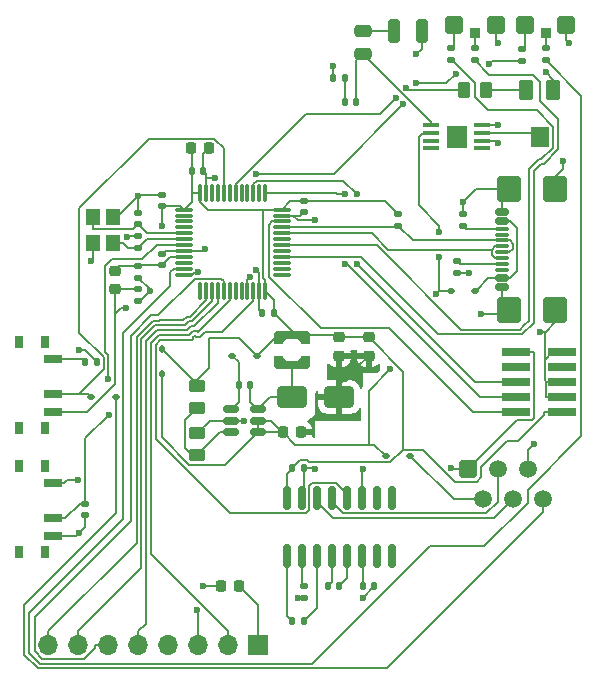
<source format=gbr>
%TF.GenerationSoftware,KiCad,Pcbnew,8.0.8*%
%TF.CreationDate,2025-04-01T12:31:34+02:00*%
%TF.ProjectId,reader,72656164-6572-42e6-9b69-6361645f7063,rev?*%
%TF.SameCoordinates,Original*%
%TF.FileFunction,Copper,L1,Top*%
%TF.FilePolarity,Positive*%
%FSLAX46Y46*%
G04 Gerber Fmt 4.6, Leading zero omitted, Abs format (unit mm)*
G04 Created by KiCad (PCBNEW 8.0.8) date 2025-04-01 12:31:34*
%MOMM*%
%LPD*%
G01*
G04 APERTURE LIST*
G04 Aperture macros list*
%AMRoundRect*
0 Rectangle with rounded corners*
0 $1 Rounding radius*
0 $2 $3 $4 $5 $6 $7 $8 $9 X,Y pos of 4 corners*
0 Add a 4 corners polygon primitive as box body*
4,1,4,$2,$3,$4,$5,$6,$7,$8,$9,$2,$3,0*
0 Add four circle primitives for the rounded corners*
1,1,$1+$1,$2,$3*
1,1,$1+$1,$4,$5*
1,1,$1+$1,$6,$7*
1,1,$1+$1,$8,$9*
0 Add four rect primitives between the rounded corners*
20,1,$1+$1,$2,$3,$4,$5,0*
20,1,$1+$1,$4,$5,$6,$7,0*
20,1,$1+$1,$6,$7,$8,$9,0*
20,1,$1+$1,$8,$9,$2,$3,0*%
%AMFreePoly0*
4,1,11,0.760000,0.825000,0.380000,0.510000,0.380000,-0.510000,0.760000,-0.825000,0.760000,-1.525000,-0.125000,-1.525000,-0.380000,-1.270000,-0.380000,1.270000,-0.125000,1.525000,0.760000,1.525000,0.760000,0.825000,0.760000,0.825000,$1*%
G04 Aperture macros list end*
%TA.AperFunction,SMDPad,CuDef*%
%ADD10RoundRect,0.140000X-0.140000X-0.170000X0.140000X-0.170000X0.140000X0.170000X-0.140000X0.170000X0*%
%TD*%
%TA.AperFunction,SMDPad,CuDef*%
%ADD11RoundRect,0.250000X-0.500000X-0.500000X0.500000X-0.500000X0.500000X0.500000X-0.500000X0.500000X0*%
%TD*%
%TA.AperFunction,SMDPad,CuDef*%
%ADD12RoundRect,0.225000X-0.225000X-0.225000X0.225000X-0.225000X0.225000X0.225000X-0.225000X0.225000X0*%
%TD*%
%TA.AperFunction,SMDPad,CuDef*%
%ADD13RoundRect,0.225000X-0.225000X-0.250000X0.225000X-0.250000X0.225000X0.250000X-0.225000X0.250000X0*%
%TD*%
%TA.AperFunction,SMDPad,CuDef*%
%ADD14RoundRect,0.135000X0.185000X-0.135000X0.185000X0.135000X-0.185000X0.135000X-0.185000X-0.135000X0*%
%TD*%
%TA.AperFunction,SMDPad,CuDef*%
%ADD15RoundRect,0.250000X-0.450000X0.262500X-0.450000X-0.262500X0.450000X-0.262500X0.450000X0.262500X0*%
%TD*%
%TA.AperFunction,SMDPad,CuDef*%
%ADD16RoundRect,0.140000X0.170000X-0.140000X0.170000X0.140000X-0.170000X0.140000X-0.170000X-0.140000X0*%
%TD*%
%TA.AperFunction,SMDPad,CuDef*%
%ADD17RoundRect,0.112500X-0.187500X-0.112500X0.187500X-0.112500X0.187500X0.112500X-0.187500X0.112500X0*%
%TD*%
%TA.AperFunction,SMDPad,CuDef*%
%ADD18RoundRect,0.150000X0.425000X-0.150000X0.425000X0.150000X-0.425000X0.150000X-0.425000X-0.150000X0*%
%TD*%
%TA.AperFunction,SMDPad,CuDef*%
%ADD19RoundRect,0.075000X0.500000X-0.075000X0.500000X0.075000X-0.500000X0.075000X-0.500000X-0.075000X0*%
%TD*%
%TA.AperFunction,SMDPad,CuDef*%
%ADD20RoundRect,0.250000X0.750000X-0.840000X0.750000X0.840000X-0.750000X0.840000X-0.750000X-0.840000X0*%
%TD*%
%TA.AperFunction,SMDPad,CuDef*%
%ADD21RoundRect,0.250000X0.475000X-0.250000X0.475000X0.250000X-0.475000X0.250000X-0.475000X-0.250000X0*%
%TD*%
%TA.AperFunction,SMDPad,CuDef*%
%ADD22RoundRect,0.250000X-0.350000X-0.625000X0.350000X-0.625000X0.350000X0.625000X-0.350000X0.625000X0*%
%TD*%
%TA.AperFunction,SMDPad,CuDef*%
%ADD23RoundRect,0.250000X-0.550000X-0.625000X0.550000X-0.625000X0.550000X0.625000X-0.550000X0.625000X0*%
%TD*%
%TA.AperFunction,SMDPad,CuDef*%
%ADD24RoundRect,0.253000X-0.347000X-0.622000X0.347000X-0.622000X0.347000X0.622000X-0.347000X0.622000X0*%
%TD*%
%TA.AperFunction,SMDPad,CuDef*%
%ADD25RoundRect,0.250000X0.450000X-0.262500X0.450000X0.262500X-0.450000X0.262500X-0.450000X-0.262500X0*%
%TD*%
%TA.AperFunction,SMDPad,CuDef*%
%ADD26RoundRect,0.225000X0.225000X0.250000X-0.225000X0.250000X-0.225000X-0.250000X0.225000X-0.250000X0*%
%TD*%
%TA.AperFunction,SMDPad,CuDef*%
%ADD27R,0.800000X1.000000*%
%TD*%
%TA.AperFunction,SMDPad,CuDef*%
%ADD28R,1.500000X0.700000*%
%TD*%
%TA.AperFunction,SMDPad,CuDef*%
%ADD29FreePoly0,90.000000*%
%TD*%
%TA.AperFunction,SMDPad,CuDef*%
%ADD30FreePoly0,270.000000*%
%TD*%
%TA.AperFunction,SMDPad,CuDef*%
%ADD31RoundRect,0.135000X-0.185000X0.135000X-0.185000X-0.135000X0.185000X-0.135000X0.185000X0.135000X0*%
%TD*%
%TA.AperFunction,SMDPad,CuDef*%
%ADD32R,2.400000X0.740000*%
%TD*%
%TA.AperFunction,SMDPad,CuDef*%
%ADD33RoundRect,0.140000X-0.170000X0.140000X-0.170000X-0.140000X0.170000X-0.140000X0.170000X0.140000X0*%
%TD*%
%TA.AperFunction,SMDPad,CuDef*%
%ADD34RoundRect,0.135000X0.135000X0.185000X-0.135000X0.185000X-0.135000X-0.185000X0.135000X-0.185000X0*%
%TD*%
%TA.AperFunction,SMDPad,CuDef*%
%ADD35RoundRect,0.250000X-0.250000X-0.750000X0.250000X-0.750000X0.250000X0.750000X-0.250000X0.750000X0*%
%TD*%
%TA.AperFunction,SMDPad,CuDef*%
%ADD36RoundRect,0.250000X-0.262500X-0.450000X0.262500X-0.450000X0.262500X0.450000X-0.262500X0.450000X0*%
%TD*%
%TA.AperFunction,SMDPad,CuDef*%
%ADD37RoundRect,0.225000X-0.250000X0.225000X-0.250000X-0.225000X0.250000X-0.225000X0.250000X0.225000X0*%
%TD*%
%TA.AperFunction,SMDPad,CuDef*%
%ADD38RoundRect,0.140000X0.140000X0.170000X-0.140000X0.170000X-0.140000X-0.170000X0.140000X-0.170000X0*%
%TD*%
%TA.AperFunction,SMDPad,CuDef*%
%ADD39R,1.200000X1.400000*%
%TD*%
%TA.AperFunction,SMDPad,CuDef*%
%ADD40RoundRect,0.250000X-1.000000X-0.650000X1.000000X-0.650000X1.000000X0.650000X-1.000000X0.650000X0*%
%TD*%
%TA.AperFunction,ComponentPad*%
%ADD41R,1.700000X1.700000*%
%TD*%
%TA.AperFunction,ComponentPad*%
%ADD42O,1.700000X1.700000*%
%TD*%
%TA.AperFunction,SMDPad,CuDef*%
%ADD43RoundRect,0.112500X0.112500X-0.187500X0.112500X0.187500X-0.112500X0.187500X-0.112500X-0.187500X0*%
%TD*%
%TA.AperFunction,SMDPad,CuDef*%
%ADD44RoundRect,0.218750X-0.256250X0.218750X-0.256250X-0.218750X0.256250X-0.218750X0.256250X0.218750X0*%
%TD*%
%TA.AperFunction,SMDPad,CuDef*%
%ADD45RoundRect,0.150000X0.150000X-0.825000X0.150000X0.825000X-0.150000X0.825000X-0.150000X-0.825000X0*%
%TD*%
%TA.AperFunction,SMDPad,CuDef*%
%ADD46RoundRect,0.150000X-0.512500X-0.150000X0.512500X-0.150000X0.512500X0.150000X-0.512500X0.150000X0*%
%TD*%
%TA.AperFunction,SMDPad,CuDef*%
%ADD47RoundRect,0.075000X-0.662500X-0.075000X0.662500X-0.075000X0.662500X0.075000X-0.662500X0.075000X0*%
%TD*%
%TA.AperFunction,SMDPad,CuDef*%
%ADD48RoundRect,0.075000X-0.075000X-0.662500X0.075000X-0.662500X0.075000X0.662500X-0.075000X0.662500X0*%
%TD*%
%TA.AperFunction,SMDPad,CuDef*%
%ADD49RoundRect,0.100000X0.612500X0.100000X-0.612500X0.100000X-0.612500X-0.100000X0.612500X-0.100000X0*%
%TD*%
%TA.AperFunction,HeatsinkPad*%
%ADD50C,0.500000*%
%TD*%
%TA.AperFunction,HeatsinkPad*%
%ADD51R,1.730000X1.850000*%
%TD*%
%TA.AperFunction,ComponentPad*%
%ADD52RoundRect,0.250000X-0.510000X-0.510000X0.510000X-0.510000X0.510000X0.510000X-0.510000X0.510000X0*%
%TD*%
%TA.AperFunction,ComponentPad*%
%ADD53C,1.520000*%
%TD*%
%TA.AperFunction,ViaPad*%
%ADD54C,0.600000*%
%TD*%
%TA.AperFunction,Conductor*%
%ADD55C,0.200000*%
%TD*%
G04 APERTURE END LIST*
D10*
%TO.P,C19,1*%
%TO.N,+3.3V*%
X157040000Y-67000000D03*
%TO.P,C19,2*%
%TO.N,GND*%
X158000000Y-67000000D03*
%TD*%
D11*
%TO.P,D8,1,A1*%
%TO.N,Net-(D8-A1)*%
X176750000Y-29500000D03*
%TO.P,D8,2,K*%
%TO.N,GND*%
X180250000Y-29500000D03*
D12*
%TO.P,D8,3,A2*%
%TO.N,Net-(D8-A2)*%
X178500000Y-30150000D03*
%TD*%
D13*
%TO.P,C12,1*%
%TO.N,V+*%
X156225000Y-64000000D03*
%TO.P,C12,2*%
%TO.N,GND*%
X157775000Y-64000000D03*
%TD*%
D14*
%TO.P,R7,1*%
%TO.N,LED_G2*%
X178500000Y-32510000D03*
%TO.P,R7,2*%
%TO.N,Net-(D8-A2)*%
X178500000Y-31490000D03*
%TD*%
D15*
%TO.P,R8,1*%
%TO.N,+3.3V*%
X149000000Y-60087500D03*
%TO.P,R8,2*%
%TO.N,Net-(U3-Vfb)*%
X149000000Y-61912500D03*
%TD*%
D16*
%TO.P,C7,1*%
%TO.N,+3.3V*%
X146000000Y-44850000D03*
%TO.P,C7,2*%
%TO.N,GND*%
X146000000Y-43890000D03*
%TD*%
D17*
%TO.P,D5,1,K*%
%TO.N,V+*%
X164950000Y-66000000D03*
%TO.P,D5,2,A*%
%TO.N,Net-(D5-A)*%
X167050000Y-66000000D03*
%TD*%
D18*
%TO.P,J4,A1,GND*%
%TO.N,GND*%
X174820000Y-51700000D03*
%TO.P,J4,A4,VBUS*%
%TO.N,Net-(D4-A)*%
X174820000Y-50900000D03*
D19*
%TO.P,J4,A5,CC1*%
%TO.N,Net-(J4-CC1)*%
X174820000Y-49750000D03*
%TO.P,J4,A6,D+*%
%TO.N,USB_D+*%
X174820000Y-48750000D03*
%TO.P,J4,A7,D-*%
%TO.N,USB_D-*%
X174820000Y-48250000D03*
%TO.P,J4,A8*%
%TO.N,N/C*%
X174820000Y-47250000D03*
D18*
%TO.P,J4,A9,VBUS*%
%TO.N,Net-(D4-A)*%
X174820000Y-46100000D03*
%TO.P,J4,A12,GND*%
%TO.N,GND*%
X174820000Y-45300000D03*
%TO.P,J4,B1,GND*%
X174820000Y-45300000D03*
%TO.P,J4,B4,VBUS*%
%TO.N,Net-(D4-A)*%
X174820000Y-46100000D03*
D19*
%TO.P,J4,B5,CC2*%
%TO.N,Net-(J4-CC2)*%
X174820000Y-46750000D03*
%TO.P,J4,B6,D+*%
%TO.N,USB_D+*%
X174820000Y-47750000D03*
%TO.P,J4,B7,D-*%
%TO.N,USB_D-*%
X174820000Y-49250000D03*
%TO.P,J4,B8*%
%TO.N,N/C*%
X174820000Y-50250000D03*
D18*
%TO.P,J4,B9,VBUS*%
%TO.N,Net-(D4-A)*%
X174820000Y-50900000D03*
%TO.P,J4,B12,GND*%
%TO.N,GND*%
X174820000Y-51700000D03*
D20*
%TO.P,J4,S1,SHIELD*%
X175395000Y-53610000D03*
X179325000Y-53610000D03*
X175395000Y-43390000D03*
X179325000Y-43390000D03*
%TD*%
D21*
%TO.P,C9,1*%
%TO.N,Net-(C8-Pad1)*%
X163000000Y-31950000D03*
%TO.P,C9,2*%
%TO.N,Net-(J1-Pin_1)*%
X163000000Y-30050000D03*
%TD*%
D22*
%TO.P,R2,1,1*%
%TO.N,Net-(R1-Pad2)*%
X176850000Y-34975000D03*
D23*
%TO.P,R2,2,2*%
%TO.N,Net-(U1-+)*%
X178000000Y-39025000D03*
D24*
%TO.P,R2,3,3*%
%TO.N,GND*%
X179150000Y-34975000D03*
%TD*%
D17*
%TO.P,D4,1,K*%
%TO.N,V+*%
X170450000Y-52000000D03*
%TO.P,D4,2,A*%
%TO.N,Net-(D4-A)*%
X172550000Y-52000000D03*
%TD*%
D25*
%TO.P,R9,1*%
%TO.N,Net-(U3-Vfb)*%
X149000000Y-65912500D03*
%TO.P,R9,2*%
%TO.N,GND*%
X149000000Y-64087500D03*
%TD*%
D26*
%TO.P,C23,1*%
%TO.N,Net-(J5-Pin_1)*%
X152550000Y-77000000D03*
%TO.P,C23,2*%
%TO.N,GND*%
X151000000Y-77000000D03*
%TD*%
D27*
%TO.P,SW2,*%
%TO.N,*%
X136110000Y-56350000D03*
X133900000Y-56350000D03*
X136110000Y-63650000D03*
X133900000Y-63650000D03*
D28*
%TO.P,SW2,1,A*%
%TO.N,Net-(SW2-A)*%
X136760000Y-57750000D03*
%TO.P,SW2,2,B*%
%TO.N,BOOT*%
X136760000Y-60750000D03*
%TO.P,SW2,3,C*%
%TO.N,+3.3V*%
X136760000Y-62250000D03*
%TD*%
D10*
%TO.P,C20,1*%
%TO.N,Net-(U4-C2+)*%
X160040000Y-77000000D03*
%TO.P,C20,2*%
%TO.N,Net-(U4-C2-)*%
X161000000Y-77000000D03*
%TD*%
D29*
%TO.P,L1,1,1*%
%TO.N,Net-(D2-K)*%
X157000000Y-58270000D03*
D30*
%TO.P,L1,2,2*%
%TO.N,+3.3V*%
X157000000Y-55730000D03*
%TD*%
D31*
%TO.P,R11,1*%
%TO.N,+3.3V*%
X166000000Y-45490000D03*
%TO.P,R11,2*%
%TO.N,USB_D+*%
X166000000Y-46510000D03*
%TD*%
D14*
%TO.P,R12,1*%
%TO.N,GND*%
X171000000Y-50510000D03*
%TO.P,R12,2*%
%TO.N,Net-(J4-CC1)*%
X171000000Y-49490000D03*
%TD*%
D32*
%TO.P,J3,1,Pin_1*%
%TO.N,+3.3V*%
X179900000Y-62270000D03*
%TO.P,J3,2,Pin_2*%
%TO.N,SWDIO*%
X176000000Y-62270000D03*
%TO.P,J3,3,Pin_3*%
%TO.N,GND*%
X179900000Y-61000000D03*
%TO.P,J3,4,Pin_4*%
%TO.N,SWCLK*%
X176000000Y-61000000D03*
%TO.P,J3,5,Pin_5*%
%TO.N,GND*%
X179900000Y-59730000D03*
%TO.P,J3,6,Pin_6*%
%TO.N,TRACESWO*%
X176000000Y-59730000D03*
%TO.P,J3,7,Pin_7*%
%TO.N,unconnected-(J3-Pin_7-Pad7)*%
X179900000Y-58460000D03*
%TO.P,J3,8,Pin_8*%
%TO.N,unconnected-(J3-Pin_8-Pad8)*%
X176000000Y-58460000D03*
%TO.P,J3,9,Pin_9*%
%TO.N,GND*%
X179900000Y-57190000D03*
%TO.P,J3,10,Pin_10*%
%TO.N,RST*%
X176000000Y-57190000D03*
%TD*%
D33*
%TO.P,C13,1*%
%TO.N,+3.3V*%
X144000000Y-51890000D03*
%TO.P,C13,2*%
%TO.N,GND*%
X144000000Y-52850000D03*
%TD*%
D34*
%TO.P,R10,1*%
%TO.N,GND*%
X140510000Y-58000000D03*
%TO.P,R10,2*%
%TO.N,Net-(SW2-A)*%
X139490000Y-58000000D03*
%TD*%
D35*
%TO.P,J2,1,Pin_1*%
%TO.N,GND*%
X168000000Y-30000000D03*
%TD*%
D16*
%TO.P,C10,1*%
%TO.N,+3.3VA*%
X146000000Y-49850000D03*
%TO.P,C10,2*%
%TO.N,GND*%
X146000000Y-48890000D03*
%TD*%
D14*
%TO.P,R5,1*%
%TO.N,LED_G1*%
X172500000Y-32500000D03*
%TO.P,R5,2*%
%TO.N,Net-(D7-A2)*%
X172500000Y-31480000D03*
%TD*%
D33*
%TO.P,C16,1*%
%TO.N,NRST*%
X139500000Y-70020000D03*
%TO.P,C16,2*%
%TO.N,GND*%
X139500000Y-70980000D03*
%TD*%
D36*
%TO.P,R1,1*%
%TO.N,AUDIO_OUT*%
X171587500Y-35000000D03*
%TO.P,R1,2*%
%TO.N,Net-(R1-Pad2)*%
X173412500Y-35000000D03*
%TD*%
D16*
%TO.P,C4,1*%
%TO.N,/HSE_OUT*%
X144000000Y-48370000D03*
%TO.P,C4,2*%
%TO.N,GND*%
X144000000Y-47410000D03*
%TD*%
D13*
%TO.P,C2,1*%
%TO.N,+3.3V*%
X148450000Y-39890000D03*
%TO.P,C2,2*%
%TO.N,GND*%
X150000000Y-39890000D03*
%TD*%
D37*
%TO.P,C15,1*%
%TO.N,+3.3V*%
X163510000Y-55950000D03*
%TO.P,C15,2*%
%TO.N,GND*%
X163510000Y-57500000D03*
%TD*%
D17*
%TO.P,D6,1,K*%
%TO.N,BOOT*%
X140000000Y-61000000D03*
%TO.P,D6,2,A*%
%TO.N,Net-(D6-A)*%
X142100000Y-61000000D03*
%TD*%
D10*
%TO.P,C6,1*%
%TO.N,+3.3V*%
X148520000Y-41890000D03*
%TO.P,C6,2*%
%TO.N,GND*%
X149480000Y-41890000D03*
%TD*%
D16*
%TO.P,C1,1*%
%TO.N,/HSE_IN*%
X144000000Y-46370000D03*
%TO.P,C1,2*%
%TO.N,GND*%
X144000000Y-45410000D03*
%TD*%
D14*
%TO.P,R6,1*%
%TO.N,LED_R2*%
X176500000Y-32520000D03*
%TO.P,R6,2*%
%TO.N,Net-(D8-A1)*%
X176500000Y-31500000D03*
%TD*%
D35*
%TO.P,J1,1,Pin_1*%
%TO.N,Net-(J1-Pin_1)*%
X165640000Y-30000000D03*
%TD*%
D38*
%TO.P,C3,1*%
%TO.N,+3.3V*%
X155480000Y-53890000D03*
%TO.P,C3,2*%
%TO.N,GND*%
X154520000Y-53890000D03*
%TD*%
D39*
%TO.P,Y1,1,1*%
%TO.N,/HSE_IN*%
X140150000Y-45790000D03*
%TO.P,Y1,2,2*%
%TO.N,GND*%
X140150000Y-47990000D03*
%TO.P,Y1,3,3*%
%TO.N,/HSE_OUT*%
X141850000Y-47990000D03*
%TO.P,Y1,4,4*%
%TO.N,GND*%
X141850000Y-45790000D03*
%TD*%
D10*
%TO.P,C18,1*%
%TO.N,Net-(U4-C1+)*%
X157040000Y-80000000D03*
%TO.P,C18,2*%
%TO.N,Net-(U4-C1-)*%
X158000000Y-80000000D03*
%TD*%
D31*
%TO.P,R13,1*%
%TO.N,GND*%
X171500000Y-45480000D03*
%TO.P,R13,2*%
%TO.N,Net-(J4-CC2)*%
X171500000Y-46500000D03*
%TD*%
D33*
%TO.P,C5,1*%
%TO.N,+3.3V*%
X158000000Y-44410000D03*
%TO.P,C5,2*%
%TO.N,GND*%
X158000000Y-45370000D03*
%TD*%
D17*
%TO.P,D3,1,K*%
%TO.N,Net-(D3-K)*%
X151950000Y-57500000D03*
%TO.P,D3,2,A*%
%TO.N,+3.3V*%
X154050000Y-57500000D03*
%TD*%
D33*
%TO.P,C11,1*%
%TO.N,+3.3VA*%
X144000000Y-49930000D03*
%TO.P,C11,2*%
%TO.N,GND*%
X144000000Y-50890000D03*
%TD*%
D40*
%TO.P,D2,1,K*%
%TO.N,Net-(D2-K)*%
X157000000Y-61000000D03*
%TO.P,D2,2,A*%
%TO.N,GND*%
X161000000Y-61000000D03*
%TD*%
D27*
%TO.P,SW1,*%
%TO.N,*%
X136110000Y-66850000D03*
X133900000Y-66850000D03*
X136110000Y-74150000D03*
X133900000Y-74150000D03*
D28*
%TO.P,SW1,1,A*%
%TO.N,RST*%
X136760000Y-68250000D03*
%TO.P,SW1,2,B*%
%TO.N,NRST*%
X136760000Y-71250000D03*
%TO.P,SW1,3,C*%
%TO.N,GND*%
X136760000Y-72750000D03*
%TD*%
D37*
%TO.P,C17,1*%
%TO.N,+3.3V*%
X161000000Y-55950000D03*
%TO.P,C17,2*%
%TO.N,GND*%
X161000000Y-57500000D03*
%TD*%
D10*
%TO.P,C14,1*%
%TO.N,Net-(D3-K)*%
X152520000Y-60000000D03*
%TO.P,C14,2*%
%TO.N,Net-(D2-K)*%
X153480000Y-60000000D03*
%TD*%
D41*
%TO.P,J5,1,Pin_1*%
%TO.N,Net-(J5-Pin_1)*%
X154160000Y-82000000D03*
D42*
%TO.P,J5,2,Pin_2*%
%TO.N,RFID_RST*%
X151620000Y-82000000D03*
%TO.P,J5,3,Pin_3*%
%TO.N,GND*%
X149080000Y-82000000D03*
%TO.P,J5,4,Pin_4*%
%TO.N,unconnected-(J5-Pin_4-Pad4)*%
X146540000Y-82000000D03*
%TO.P,J5,5,Pin_5*%
%TO.N,SP1_MISO*%
X144000000Y-82000000D03*
%TO.P,J5,6,Pin_6*%
%TO.N,SP1_MOSI*%
X141460000Y-82000000D03*
%TO.P,J5,7,Pin_7*%
%TO.N,SP1_SCK*%
X138920000Y-82000000D03*
%TO.P,J5,8,Pin_8*%
%TO.N,RFID_SDA*%
X136380000Y-82000000D03*
%TD*%
D43*
%TO.P,D1,1,K*%
%TO.N,V+*%
X146000000Y-59050000D03*
%TO.P,D1,2,A*%
%TO.N,+3.3V*%
X146000000Y-56950000D03*
%TD*%
D10*
%TO.P,C22,1*%
%TO.N,Net-(U4-VS-)*%
X163040000Y-77000000D03*
%TO.P,C22,2*%
%TO.N,GND*%
X164000000Y-77000000D03*
%TD*%
D44*
%TO.P,FB1,1*%
%TO.N,+3.3VA*%
X142000000Y-50315000D03*
%TO.P,FB1,2*%
%TO.N,+3.3V*%
X142000000Y-51890000D03*
%TD*%
D34*
%TO.P,R3,1*%
%TO.N,Net-(C8-Pad2)*%
X161510000Y-34000000D03*
%TO.P,R3,2*%
%TO.N,GND*%
X160490000Y-34000000D03*
%TD*%
D45*
%TO.P,U4,1,C1+*%
%TO.N,Net-(U4-C1+)*%
X156555000Y-74475000D03*
%TO.P,U4,2,VS+*%
%TO.N,Net-(U4-VS+)*%
X157825000Y-74475000D03*
%TO.P,U4,3,C1-*%
%TO.N,Net-(U4-C1-)*%
X159095000Y-74475000D03*
%TO.P,U4,4,C2+*%
%TO.N,Net-(U4-C2+)*%
X160365000Y-74475000D03*
%TO.P,U4,5,C2-*%
%TO.N,Net-(U4-C2-)*%
X161635000Y-74475000D03*
%TO.P,U4,6,VS-*%
%TO.N,Net-(U4-VS-)*%
X162905000Y-74475000D03*
%TO.P,U4,7,T2OUT*%
%TO.N,unconnected-(U4-T2OUT-Pad7)*%
X164175000Y-74475000D03*
%TO.P,U4,8,R2IN*%
%TO.N,unconnected-(U4-R2IN-Pad8)*%
X165445000Y-74475000D03*
%TO.P,U4,9,R2OUT*%
%TO.N,unconnected-(U4-R2OUT-Pad9)*%
X165445000Y-69525000D03*
%TO.P,U4,10,T2IN*%
%TO.N,unconnected-(U4-T2IN-Pad10)*%
X164175000Y-69525000D03*
%TO.P,U4,11,T1IN*%
%TO.N,USART3_TX*%
X162905000Y-69525000D03*
%TO.P,U4,12,R1OUT*%
%TO.N,USART3_RX*%
X161635000Y-69525000D03*
%TO.P,U4,13,R1IN*%
%TO.N,Net-(U4-R1IN)*%
X160365000Y-69525000D03*
%TO.P,U4,14,T1OUT*%
%TO.N,Net-(U4-T1OUT)*%
X159095000Y-69525000D03*
%TO.P,U4,15,GND*%
%TO.N,GND*%
X157825000Y-69525000D03*
%TO.P,U4,16,VCC*%
%TO.N,+3.3V*%
X156555000Y-69525000D03*
%TD*%
D46*
%TO.P,U3,1,BOOST*%
%TO.N,Net-(D3-K)*%
X151862500Y-62050000D03*
%TO.P,U3,2,GND*%
%TO.N,GND*%
X151862500Y-63000000D03*
%TO.P,U3,3,Vfb*%
%TO.N,Net-(U3-Vfb)*%
X151862500Y-63950000D03*
%TO.P,U3,4,EN*%
%TO.N,V+*%
X154137500Y-63950000D03*
%TO.P,U3,5,V_{IN}*%
X154137500Y-63000000D03*
%TO.P,U3,6,SW*%
%TO.N,Net-(D2-K)*%
X154137500Y-62050000D03*
%TD*%
D47*
%TO.P,U2,1,VBAT*%
%TO.N,+3.3V*%
X147837500Y-45140000D03*
%TO.P,U2,2,PC13*%
%TO.N,unconnected-(U2-PC13-Pad2)*%
X147837500Y-45640000D03*
%TO.P,U2,3,PC14*%
%TO.N,unconnected-(U2-PC14-Pad3)*%
X147837500Y-46140000D03*
%TO.P,U2,4,PC15*%
%TO.N,unconnected-(U2-PC15-Pad4)*%
X147837500Y-46640000D03*
%TO.P,U2,5,PD0*%
%TO.N,/HSE_IN*%
X147837500Y-47140000D03*
%TO.P,U2,6,PD1*%
%TO.N,/HSE_OUT*%
X147837500Y-47640000D03*
%TO.P,U2,7,NRST*%
%TO.N,NRST*%
X147837500Y-48140000D03*
%TO.P,U2,8,VSSA*%
%TO.N,GND*%
X147837500Y-48640000D03*
%TO.P,U2,9,VDDA*%
%TO.N,+3.3VA*%
X147837500Y-49140000D03*
%TO.P,U2,10,PA0*%
%TO.N,unconnected-(U2-PA0-Pad10)*%
X147837500Y-49640000D03*
%TO.P,U2,11,PA1*%
%TO.N,LED_G2*%
X147837500Y-50140000D03*
%TO.P,U2,12,PA2*%
%TO.N,LED_R2*%
X147837500Y-50640000D03*
D48*
%TO.P,U2,13,PA3*%
%TO.N,unconnected-(U2-PA3-Pad13)*%
X149250000Y-52052500D03*
%TO.P,U2,14,PA4*%
%TO.N,RFID_SDA*%
X149750000Y-52052500D03*
%TO.P,U2,15,PA5*%
%TO.N,SP1_SCK*%
X150250000Y-52052500D03*
%TO.P,U2,16,PA6*%
%TO.N,SP1_MISO*%
X150750000Y-52052500D03*
%TO.P,U2,17,PA7*%
%TO.N,SP1_MOSI*%
X151250000Y-52052500D03*
%TO.P,U2,18,PB0*%
%TO.N,RFID_RST*%
X151750000Y-52052500D03*
%TO.P,U2,19,PB1*%
%TO.N,unconnected-(U2-PB1-Pad19)*%
X152250000Y-52052500D03*
%TO.P,U2,20,PB2*%
%TO.N,unconnected-(U2-PB2-Pad20)*%
X152750000Y-52052500D03*
%TO.P,U2,21,PB10*%
%TO.N,USART3_TX*%
X153250000Y-52052500D03*
%TO.P,U2,22,PB11*%
%TO.N,USART3_RX*%
X153750000Y-52052500D03*
%TO.P,U2,23,VSS*%
%TO.N,GND*%
X154250000Y-52052500D03*
%TO.P,U2,24,VDD*%
%TO.N,+3.3V*%
X154750000Y-52052500D03*
D47*
%TO.P,U2,25,PB12*%
%TO.N,unconnected-(U2-PB12-Pad25)*%
X156162500Y-50640000D03*
%TO.P,U2,26,PB13*%
%TO.N,unconnected-(U2-PB13-Pad26)*%
X156162500Y-50140000D03*
%TO.P,U2,27,PB14*%
%TO.N,unconnected-(U2-PB14-Pad27)*%
X156162500Y-49640000D03*
%TO.P,U2,28,PB15*%
%TO.N,LED_G1*%
X156162500Y-49140000D03*
%TO.P,U2,29,PA8*%
%TO.N,unconnected-(U2-PA8-Pad29)*%
X156162500Y-48640000D03*
%TO.P,U2,30,PA9*%
%TO.N,LED_R1*%
X156162500Y-48140000D03*
%TO.P,U2,31,PA10*%
%TO.N,unconnected-(U2-PA10-Pad31)*%
X156162500Y-47640000D03*
%TO.P,U2,32,PA11*%
%TO.N,USB_D-*%
X156162500Y-47140000D03*
%TO.P,U2,33,PA12*%
%TO.N,USB_D+*%
X156162500Y-46640000D03*
%TO.P,U2,34,PA13*%
%TO.N,SWDIO*%
X156162500Y-46140000D03*
%TO.P,U2,35,VSS*%
%TO.N,GND*%
X156162500Y-45640000D03*
%TO.P,U2,36,VDD*%
%TO.N,+3.3V*%
X156162500Y-45140000D03*
D48*
%TO.P,U2,37,PA14*%
%TO.N,SWCLK*%
X154750000Y-43727500D03*
%TO.P,U2,38,PA15*%
%TO.N,unconnected-(U2-PA15-Pad38)*%
X154250000Y-43727500D03*
%TO.P,U2,39,PB3*%
%TO.N,TRACESWO*%
X153750000Y-43727500D03*
%TO.P,U2,40,PB4*%
%TO.N,unconnected-(U2-PB4-Pad40)*%
X153250000Y-43727500D03*
%TO.P,U2,41,PB5*%
%TO.N,unconnected-(U2-PB5-Pad41)*%
X152750000Y-43727500D03*
%TO.P,U2,42,PB6*%
%TO.N,AUDIO_OUT*%
X152250000Y-43727500D03*
%TO.P,U2,43,PB7*%
%TO.N,unconnected-(U2-PB7-Pad43)*%
X151750000Y-43727500D03*
%TO.P,U2,44,BOOT0*%
%TO.N,BOOT*%
X151250000Y-43727500D03*
%TO.P,U2,45,PB8*%
%TO.N,unconnected-(U2-PB8-Pad45)*%
X150750000Y-43727500D03*
%TO.P,U2,46,PB9*%
%TO.N,unconnected-(U2-PB9-Pad46)*%
X150250000Y-43727500D03*
%TO.P,U2,47,VSS*%
%TO.N,GND*%
X149750000Y-43727500D03*
%TO.P,U2,48,VDD*%
%TO.N,+3.3V*%
X149250000Y-43727500D03*
%TD*%
D49*
%TO.P,U1,1,GAIN*%
%TO.N,unconnected-(U1-GAIN-Pad1)*%
X173112500Y-39950000D03*
%TO.P,U1,2,-*%
%TO.N,GND*%
X173112500Y-39300000D03*
%TO.P,U1,3,+*%
%TO.N,Net-(U1-+)*%
X173112500Y-38650000D03*
%TO.P,U1,4,GND*%
%TO.N,GND*%
X173112500Y-38000000D03*
%TO.P,U1,5*%
%TO.N,Net-(C8-Pad1)*%
X168787500Y-38000000D03*
%TO.P,U1,6,V+*%
%TO.N,V+*%
X168787500Y-38650000D03*
%TO.P,U1,7,BYPASS*%
%TO.N,unconnected-(U1-BYPASS-Pad7)*%
X168787500Y-39300000D03*
%TO.P,U1,8,GAIN*%
%TO.N,unconnected-(U1-GAIN-Pad8)*%
X168787500Y-39950000D03*
D50*
%TO.P,U1,9*%
%TO.N,N/C*%
X171500000Y-39625000D03*
X171500000Y-38325000D03*
D51*
X170950000Y-38975000D03*
D50*
X170400000Y-39625000D03*
X170400000Y-38325000D03*
%TD*%
D33*
%TO.P,C21,1*%
%TO.N,Net-(U4-VS+)*%
X158000000Y-77040000D03*
%TO.P,C21,2*%
%TO.N,GND*%
X158000000Y-78000000D03*
%TD*%
D14*
%TO.P,R4,1*%
%TO.N,LED_R1*%
X170500000Y-32510000D03*
%TO.P,R4,2*%
%TO.N,Net-(D7-A1)*%
X170500000Y-31490000D03*
%TD*%
D38*
%TO.P,C8,1*%
%TO.N,Net-(C8-Pad1)*%
X162480000Y-36000000D03*
%TO.P,C8,2*%
%TO.N,Net-(C8-Pad2)*%
X161520000Y-36000000D03*
%TD*%
D11*
%TO.P,D7,1,A1*%
%TO.N,Net-(D7-A1)*%
X170750000Y-29500000D03*
%TO.P,D7,2,K*%
%TO.N,GND*%
X174250000Y-29500000D03*
D12*
%TO.P,D7,3,A2*%
%TO.N,Net-(D7-A2)*%
X172500000Y-30150000D03*
%TD*%
D52*
%TO.P,J6,1*%
%TO.N,RST*%
X171900000Y-67110000D03*
D53*
%TO.P,J6,2*%
%TO.N,Net-(D5-A)*%
X173170000Y-69650000D03*
%TO.P,J6,3*%
%TO.N,Net-(U4-R1IN)*%
X174440000Y-67110000D03*
%TO.P,J6,4*%
%TO.N,Net-(U4-T1OUT)*%
X175710000Y-69650000D03*
%TO.P,J6,5*%
%TO.N,GND*%
X176980000Y-67110000D03*
%TO.P,J6,6*%
%TO.N,Net-(D6-A)*%
X178250000Y-69650000D03*
%TD*%
D54*
%TO.N,GND*%
X180000000Y-41000000D03*
X158500000Y-64000000D03*
X178000000Y-55500000D03*
X139000000Y-72500000D03*
X149500000Y-77000000D03*
X140000000Y-49500000D03*
X172000000Y-50500000D03*
X161000000Y-58500000D03*
X160500000Y-33000000D03*
X149650000Y-48500000D03*
X174500000Y-31000000D03*
X143023000Y-47454800D03*
X163000000Y-78000000D03*
X167500000Y-32000000D03*
X148962000Y-79038400D03*
X161500000Y-59500000D03*
X145000000Y-52000000D03*
X180500000Y-31000000D03*
X174500000Y-38000000D03*
X174500000Y-39500000D03*
X159000000Y-67127100D03*
X177500000Y-65000000D03*
X157500000Y-78000000D03*
X159000000Y-46040000D03*
X173000000Y-54000000D03*
X150500000Y-42500000D03*
X139000000Y-57000000D03*
X152975000Y-63000000D03*
X178500000Y-33500000D03*
X153997000Y-50266400D03*
X162500000Y-58500000D03*
X144000000Y-44000000D03*
X171500000Y-44480000D03*
%TO.N,+3.3V*%
X146000000Y-46500000D03*
X143000000Y-53500000D03*
%TO.N,V+*%
X169500000Y-49141000D03*
X169500000Y-47000000D03*
X169206000Y-52294000D03*
X165356000Y-58644300D03*
%TO.N,NRST*%
X141500000Y-62500000D03*
X141400000Y-59500000D03*
%TO.N,SWCLK*%
X161500000Y-49740000D03*
X161500000Y-43810000D03*
%TO.N,RST*%
X138900000Y-68000000D03*
X170502000Y-66997600D03*
%TO.N,TRACESWO*%
X162500000Y-43810000D03*
X162500000Y-49740000D03*
%TO.N,AUDIO_OUT*%
X165851000Y-35649300D03*
X166699000Y-34800700D03*
%TO.N,LED_R2*%
X173674000Y-32825700D03*
X153964000Y-42092400D03*
X149050000Y-50386400D03*
X170872000Y-33627600D03*
X167500000Y-34400000D03*
X166416000Y-36215000D03*
%TO.N,USART3_TX*%
X153457000Y-50856400D03*
X163000000Y-67127100D03*
%TD*%
D55*
%TO.N,/HSE_IN*%
X147838000Y-47140000D02*
X147837500Y-47140000D01*
X143578000Y-46791700D02*
X144000000Y-46370000D01*
X140150000Y-45790000D02*
X140150000Y-46791700D01*
X147837500Y-47140000D02*
X144770000Y-47140000D01*
X140150000Y-46791700D02*
X143578000Y-46791700D01*
X144770000Y-47140000D02*
X144000000Y-46370000D01*
%TO.N,GND*%
X179150000Y-34975000D02*
X179150000Y-34150000D01*
X141850000Y-45790000D02*
X142210000Y-45790000D01*
X160490000Y-34000000D02*
X160490000Y-33010000D01*
X163500000Y-57500000D02*
X162500000Y-58500000D01*
X157730000Y-45640000D02*
X158000000Y-45370000D01*
X158000000Y-78000000D02*
X157500000Y-78000000D01*
X150088000Y-63000000D02*
X151862500Y-63000000D01*
X158000000Y-69350000D02*
X157825000Y-69525000D01*
X180250000Y-29500000D02*
X180250000Y-30750000D01*
X154250000Y-53620000D02*
X154250000Y-52052500D01*
X174820000Y-45300000D02*
X174820000Y-43965000D01*
X143068000Y-47410000D02*
X143023000Y-47454800D01*
X175395000Y-43390000D02*
X175012000Y-43773500D01*
X139500000Y-70980000D02*
X139500000Y-72000000D01*
X178400000Y-57860000D02*
X178400000Y-55600000D01*
X142210000Y-45790000D02*
X144000000Y-44000000D01*
X173112500Y-38000000D02*
X174500000Y-38000000D01*
X158000000Y-67000000D02*
X158000000Y-69350000D01*
X144000000Y-52850000D02*
X144150000Y-52850000D01*
X158872900Y-67000000D02*
X159000000Y-67127100D01*
X174820000Y-51700000D02*
X174820000Y-53035000D01*
X178400000Y-59565000D02*
X178565000Y-59730000D01*
X146250000Y-48640000D02*
X147837500Y-48640000D01*
X175395000Y-43390000D02*
X172590000Y-43390000D01*
X173112500Y-39300000D02*
X174300000Y-39300000D01*
X175012000Y-43773500D02*
X175535000Y-44297000D01*
X161000000Y-57500000D02*
X161000000Y-58500000D01*
X172590000Y-43390000D02*
X171500000Y-44480000D01*
X164000000Y-77000000D02*
X163000000Y-78000000D01*
X149750000Y-42160000D02*
X149750000Y-42500000D01*
X176980000Y-65520000D02*
X177500000Y-65000000D01*
X154197000Y-51125200D02*
X154197000Y-50466400D01*
X168000000Y-31500000D02*
X167500000Y-32000000D01*
X138750000Y-72750000D02*
X139000000Y-72500000D01*
X179150000Y-34150000D02*
X178500000Y-33500000D01*
X140510000Y-58000000D02*
X139510000Y-57000000D01*
X171990000Y-50510000D02*
X172000000Y-50500000D01*
X154520000Y-53890000D02*
X154250000Y-53620000D01*
X163510000Y-57500000D02*
X163500000Y-57500000D01*
X146000000Y-48890000D02*
X146250000Y-48640000D01*
X151862500Y-63000000D02*
X152975000Y-63000000D01*
X161000000Y-60000000D02*
X161500000Y-59500000D01*
X149080000Y-82000000D02*
X149080000Y-79156800D01*
X174895000Y-43657000D02*
X175012000Y-43773500D01*
X173112000Y-39300000D02*
X173112500Y-39300000D01*
X180250000Y-30750000D02*
X180500000Y-31000000D01*
X144150000Y-52850000D02*
X145000000Y-52000000D01*
X179325000Y-42390000D02*
X180000000Y-41715000D01*
X174250000Y-30750000D02*
X174500000Y-31000000D01*
X146000000Y-43890000D02*
X144110000Y-43890000D01*
X175395000Y-53610000D02*
X174890000Y-53610000D01*
X139500000Y-72000000D02*
X139000000Y-72500000D01*
X140150000Y-47990000D02*
X140150000Y-49350000D01*
X157500000Y-46040000D02*
X159000000Y-46040000D01*
X157100000Y-45640000D02*
X156162500Y-45640000D01*
X149750000Y-42500000D02*
X150500000Y-42500000D01*
X179070000Y-57190000D02*
X178400000Y-57860000D01*
X176980000Y-67110000D02*
X176980000Y-65520000D01*
X174300000Y-39300000D02*
X174500000Y-39500000D01*
X144000000Y-47410000D02*
X143068000Y-47410000D01*
X178565000Y-61000000D02*
X178565000Y-59730000D01*
X171000000Y-50510000D02*
X171990000Y-50510000D01*
X154250000Y-52052500D02*
X154250000Y-51178100D01*
X171500000Y-45480000D02*
X171500000Y-44480000D01*
X168000000Y-30000000D02*
X168000000Y-31500000D01*
X158000000Y-67000000D02*
X158872900Y-67000000D01*
X178400000Y-57860000D02*
X178400000Y-59565000D01*
X149000000Y-64087500D02*
X150088000Y-63000000D01*
X161000000Y-61000000D02*
X161000000Y-60000000D01*
X174250000Y-29500000D02*
X174250000Y-30750000D01*
X179900000Y-57190000D02*
X179070000Y-57190000D01*
X178500000Y-55500000D02*
X178000000Y-55500000D01*
X140150000Y-49350000D02*
X140000000Y-49500000D01*
X154197000Y-50466400D02*
X153997000Y-50266400D01*
X179900000Y-61000000D02*
X178565000Y-61000000D01*
X174500000Y-54000000D02*
X173000000Y-54000000D01*
X179325000Y-53610000D02*
X179325000Y-54675000D01*
X149480000Y-40410000D02*
X149480000Y-41890000D01*
X144000000Y-45410000D02*
X144000000Y-44000000D01*
X174895000Y-42890000D02*
X174895000Y-43657000D01*
X147837500Y-48640000D02*
X149510000Y-48640000D01*
X145000000Y-51890000D02*
X145000000Y-52000000D01*
X149750000Y-42500000D02*
X149750000Y-43727500D01*
X144000000Y-50890000D02*
X145000000Y-51890000D01*
X174820000Y-53035000D02*
X175395000Y-53610000D01*
X179325000Y-54675000D02*
X178500000Y-55500000D01*
X139510000Y-57000000D02*
X139000000Y-57000000D01*
X144110000Y-43890000D02*
X144000000Y-44000000D01*
X180000000Y-41715000D02*
X180000000Y-41000000D01*
X151000000Y-77000000D02*
X149500000Y-77000000D01*
X160490000Y-33010000D02*
X160500000Y-33000000D01*
X149480000Y-41890000D02*
X149750000Y-42160000D01*
X178500000Y-55500000D02*
X178400000Y-55600000D01*
X150000000Y-39890000D02*
X149480000Y-40410000D01*
X136760000Y-72750000D02*
X138750000Y-72750000D01*
X157775000Y-64000000D02*
X158500000Y-64000000D01*
X149510000Y-48640000D02*
X149650000Y-48500000D01*
X157100000Y-45640000D02*
X157500000Y-46040000D01*
X178565000Y-59730000D02*
X179900000Y-59730000D01*
X173112000Y-38000000D02*
X173112500Y-38000000D01*
X156162500Y-45640000D02*
X157730000Y-45640000D01*
X179325000Y-43390000D02*
X179325000Y-42390000D01*
X174820000Y-43965000D02*
X175012000Y-43773500D01*
X149080000Y-79156800D02*
X148962000Y-79038400D01*
X174890000Y-53610000D02*
X174500000Y-54000000D01*
X154250000Y-51178100D02*
X154197000Y-51125200D01*
%TO.N,+3.3V*%
X168129000Y-65472900D02*
X170836000Y-68179500D01*
X154750000Y-51112400D02*
X154597000Y-50959500D01*
X147838000Y-45139700D02*
X147838000Y-45140000D01*
X157000000Y-55730000D02*
X157320000Y-55730000D01*
X156555000Y-67485000D02*
X156555000Y-69525000D01*
X147838000Y-45139500D02*
X147838000Y-45139700D01*
X154597000Y-50959500D02*
X154597000Y-45140000D01*
X147548000Y-44850000D02*
X147838000Y-45139500D01*
X142000000Y-54000000D02*
X142000000Y-51890000D01*
X157676000Y-66364200D02*
X157040000Y-67000000D01*
X164920000Y-44410000D02*
X166000000Y-45490000D01*
X160780000Y-55730000D02*
X161000000Y-55950000D01*
X156162000Y-45139500D02*
X156892000Y-44410000D01*
X163510000Y-55950000D02*
X166403000Y-58843100D01*
X156892000Y-44410000D02*
X158000000Y-44410000D01*
X156162000Y-45139700D02*
X156162000Y-45140000D01*
X147838000Y-45139700D02*
X147837800Y-45139700D01*
X157000000Y-55730000D02*
X155820000Y-55730000D01*
X173029000Y-66912300D02*
X175186000Y-64755600D01*
X144000000Y-51890000D02*
X142000000Y-51890000D01*
X149868000Y-45140000D02*
X149250000Y-44522200D01*
X172653000Y-68179500D02*
X173029000Y-67803300D01*
X156162200Y-45139700D02*
X156162500Y-45140000D01*
X161000000Y-55950000D02*
X163510000Y-55950000D01*
X147838000Y-45140000D02*
X148520000Y-44457500D01*
X148614000Y-59563500D02*
X146000000Y-56950000D01*
X157320000Y-55730000D02*
X155480000Y-53890000D01*
X148520000Y-43727500D02*
X148520000Y-41890000D01*
X146000000Y-44850000D02*
X147548000Y-44850000D01*
X158306000Y-66364200D02*
X157676000Y-66364200D01*
X147838000Y-45139500D02*
X147838000Y-45139700D01*
X149250000Y-43727500D02*
X148520000Y-43727500D01*
X155820000Y-55730000D02*
X154050000Y-57500000D01*
X170836000Y-68179500D02*
X172653000Y-68179500D01*
X149250000Y-44522200D02*
X149250000Y-43727500D01*
X148450000Y-39890000D02*
X148520000Y-39960000D01*
X143000000Y-53500000D02*
X142500000Y-53500000D01*
X178398000Y-62521900D02*
X178398000Y-62270000D01*
X166403000Y-58843100D02*
X166403000Y-65472900D01*
X165349000Y-66527100D02*
X158469000Y-66527100D01*
X157320000Y-55730000D02*
X160780000Y-55730000D01*
X155480000Y-52782500D02*
X154750000Y-52052500D01*
X156162000Y-45139700D02*
X156162200Y-45139700D01*
X166403000Y-65472900D02*
X168129000Y-65472900D01*
X166403000Y-65472900D02*
X165349000Y-66527100D01*
X139644000Y-62250000D02*
X142000000Y-59893600D01*
X154597000Y-45140000D02*
X156162000Y-45140000D01*
X152550000Y-56000000D02*
X154050000Y-57500000D01*
X136760000Y-62250000D02*
X139644000Y-62250000D01*
X156162000Y-45140000D02*
X156162000Y-45139700D01*
X158469000Y-66527100D02*
X158306000Y-66364200D01*
X146000000Y-44850000D02*
X146000000Y-46500000D01*
X147837800Y-45139700D02*
X147837500Y-45140000D01*
X147838000Y-45139700D02*
X147838000Y-45140000D01*
X148520000Y-39960000D02*
X148520000Y-41890000D01*
X150000000Y-56000000D02*
X152550000Y-56000000D01*
X156162000Y-45139500D02*
X156162000Y-45139700D01*
X156162000Y-45139700D02*
X156162000Y-45139500D01*
X142500000Y-53500000D02*
X142000000Y-54000000D01*
X149000000Y-59563500D02*
X148614000Y-59563500D01*
X178398000Y-62270000D02*
X179900000Y-62270000D01*
X157040000Y-67000000D02*
X156555000Y-67485000D01*
X158000000Y-44410000D02*
X164920000Y-44410000D01*
X155480000Y-53890000D02*
X155480000Y-52782500D01*
X154597000Y-45140000D02*
X149868000Y-45140000D01*
X148520000Y-44457500D02*
X148520000Y-43727500D01*
X176165000Y-64755600D02*
X178398000Y-62521900D01*
X149000000Y-59563500D02*
X150000000Y-58563500D01*
X149000000Y-60087500D02*
X149000000Y-59563500D01*
X173029000Y-67803300D02*
X173029000Y-66912300D01*
X154750000Y-52052500D02*
X154750000Y-51112400D01*
X175186000Y-64755600D02*
X176165000Y-64755600D01*
X142000000Y-59893600D02*
X142000000Y-54000000D01*
X150000000Y-58563500D02*
X150000000Y-56000000D01*
%TO.N,/HSE_OUT*%
X147838000Y-47640000D02*
X147837500Y-47640000D01*
X142752000Y-47990000D02*
X143132000Y-48370000D01*
X141850000Y-47990000D02*
X142752000Y-47990000D01*
X147837500Y-47640000D02*
X144730000Y-47640000D01*
X144730000Y-47640000D02*
X144000000Y-48370000D01*
X143132000Y-48370000D02*
X144000000Y-48370000D01*
%TO.N,Net-(C8-Pad1)*%
X162480000Y-36000000D02*
X162480000Y-32470000D01*
X168787000Y-37737400D02*
X168787000Y-38000000D01*
X163000000Y-31950000D02*
X168787000Y-37737400D01*
X168787000Y-38000000D02*
X168787500Y-38000000D01*
X168787500Y-38000000D02*
X168788000Y-38000000D01*
X162480000Y-32470000D02*
X163000000Y-31950000D01*
%TO.N,Net-(C8-Pad2)*%
X161520000Y-34010000D02*
X161510000Y-34000000D01*
X161520000Y-36000000D02*
X161520000Y-34010000D01*
%TO.N,Net-(J1-Pin_1)*%
X163050000Y-30000000D02*
X163000000Y-30050000D01*
X165640000Y-30000000D02*
X163050000Y-30000000D01*
%TO.N,+3.3VA*%
X146000000Y-49850000D02*
X144080000Y-49850000D01*
X144080000Y-49850000D02*
X144000000Y-49930000D01*
X147837500Y-49140000D02*
X146710000Y-49140000D01*
X147838000Y-49140000D02*
X147837500Y-49140000D01*
X142385000Y-49930000D02*
X144000000Y-49930000D01*
X146710000Y-49140000D02*
X146000000Y-49850000D01*
X142000000Y-50315000D02*
X142385000Y-49930000D01*
%TO.N,V+*%
X148324000Y-66745400D02*
X146000000Y-64421000D01*
X156225000Y-63999900D02*
X156225000Y-64000000D01*
X156175000Y-63950000D02*
X156200000Y-63975000D01*
X163997000Y-65046800D02*
X164950000Y-66000000D01*
X156225000Y-63999600D02*
X156225000Y-63999800D01*
X167775000Y-38950001D02*
X168075001Y-38650000D01*
X170450000Y-52000000D02*
X169500000Y-52000000D01*
X165356000Y-58644300D02*
X163500000Y-60500000D01*
X168075001Y-38650000D02*
X168787500Y-38650000D01*
X156224000Y-63999200D02*
X156225000Y-63999600D01*
X169500000Y-52000000D02*
X169206000Y-52294000D01*
X156224000Y-63998400D02*
X156224000Y-63999200D01*
X156200000Y-63975000D02*
X156212000Y-63987500D01*
X169500000Y-46500000D02*
X167775000Y-44775000D01*
X156225000Y-63999800D02*
X156225000Y-63999900D01*
X169550000Y-51950000D02*
X169500000Y-52000000D01*
X154138000Y-63950200D02*
X153788500Y-64299600D01*
X156225000Y-64000000D02*
X157272000Y-65046800D01*
X156222000Y-63996900D02*
X156224000Y-63998400D01*
X169500000Y-51900000D02*
X169500000Y-49141000D01*
X169500000Y-52000000D02*
X169206000Y-52294000D01*
X154138000Y-63950000D02*
X154138000Y-63950200D01*
X156212000Y-63987500D02*
X156219000Y-63993700D01*
X156225000Y-63999900D02*
X156225000Y-64000000D01*
X154137500Y-63950600D02*
X154137500Y-63950000D01*
X154137500Y-63000000D02*
X154138000Y-63000000D01*
X156222000Y-63996900D02*
X156224000Y-63998400D01*
X153788500Y-64299600D02*
X154137500Y-63950600D01*
X156175000Y-63950000D02*
X156200000Y-63975000D01*
X151342000Y-66745400D02*
X148324000Y-66745400D01*
X156225000Y-63999800D02*
X156225000Y-63999900D01*
X157272000Y-65046800D02*
X163500000Y-65046800D01*
X154138000Y-63950000D02*
X154138000Y-63000000D01*
X153788500Y-64299600D02*
X151342000Y-66745400D01*
X156200000Y-63975000D02*
X156212000Y-63987500D01*
X154138000Y-63000000D02*
X155225000Y-63000000D01*
X155225000Y-63000000D02*
X156175000Y-63950000D01*
X146000000Y-64421000D02*
X146000000Y-59050000D01*
X156219000Y-63993700D02*
X156222000Y-63996900D01*
X169500000Y-47000000D02*
X169500000Y-46500000D01*
X167775000Y-44775000D02*
X167775000Y-38950001D01*
X156225000Y-63999600D02*
X156225000Y-63999800D01*
X156224000Y-63998400D02*
X156224000Y-63999200D01*
X169550000Y-51950000D02*
X169500000Y-51900000D01*
X163500000Y-65046800D02*
X163997000Y-65046800D01*
X156175000Y-63950000D02*
X154138000Y-63950000D01*
X154138000Y-63950000D02*
X154138000Y-63950200D01*
X156219000Y-63993700D02*
X156222000Y-63996900D01*
X156224000Y-63999200D02*
X156225000Y-63999600D01*
X156212000Y-63987500D02*
X156219000Y-63993700D01*
X163500000Y-60500000D02*
X163500000Y-65046800D01*
%TO.N,Net-(D2-K)*%
X154138000Y-62050000D02*
X154138000Y-62049800D01*
X157000000Y-61000000D02*
X155188000Y-61000000D01*
X155188000Y-61000000D02*
X154138000Y-62050000D01*
X154137500Y-62050000D02*
X154138000Y-62050000D01*
X153480000Y-61392500D02*
X153480000Y-60000000D01*
X154138000Y-62049800D02*
X153480000Y-61392500D01*
X154138000Y-62050000D02*
X154138000Y-62049800D01*
X157000000Y-61000000D02*
X157000000Y-58270000D01*
%TO.N,Net-(D3-K)*%
X151950000Y-57500000D02*
X152520000Y-58070000D01*
X152520000Y-58070000D02*
X152520000Y-60000000D01*
X152520000Y-61392500D02*
X151862000Y-62049800D01*
X152520000Y-60000000D02*
X152520000Y-61392500D01*
X151862200Y-62050000D02*
X151862000Y-62049800D01*
X151862500Y-62050000D02*
X151862200Y-62050000D01*
%TO.N,NRST*%
X141480000Y-59420000D02*
X141400000Y-59500000D01*
X141500000Y-62500000D02*
X139500000Y-64500000D01*
X141225000Y-57210400D02*
X141480000Y-57465400D01*
X141225000Y-49875300D02*
X141225000Y-57210400D01*
X139500000Y-70020000D02*
X139042000Y-70020000D01*
X145566000Y-48140000D02*
X144356000Y-49350000D01*
X144356000Y-49350000D02*
X141750000Y-49350000D01*
X137812000Y-71250000D02*
X136760000Y-71250000D01*
X139042000Y-70020000D02*
X137812000Y-71250000D01*
X141750000Y-49350000D02*
X141225000Y-49875300D01*
X139500000Y-64500000D02*
X139500000Y-70020000D01*
X147838000Y-48140000D02*
X147837500Y-48140000D01*
X147837500Y-48140000D02*
X145566000Y-48140000D01*
X141480000Y-57465400D02*
X141480000Y-59420000D01*
%TO.N,Net-(U4-C1-)*%
X159095000Y-74475000D02*
X159095000Y-78905000D01*
X159095000Y-78905000D02*
X158000000Y-80000000D01*
%TO.N,Net-(U4-C1+)*%
X156555000Y-79515000D02*
X156555000Y-74475000D01*
X157040000Y-80000000D02*
X156555000Y-79515000D01*
%TO.N,Net-(U4-C2-)*%
X161635000Y-76365000D02*
X161000000Y-77000000D01*
X161635000Y-74475000D02*
X161635000Y-76365000D01*
%TO.N,Net-(U4-C2+)*%
X160365000Y-74475000D02*
X160365000Y-76675000D01*
X160365000Y-76675000D02*
X160040000Y-77000000D01*
%TO.N,Net-(U4-VS+)*%
X157825000Y-74475000D02*
X157825000Y-76865000D01*
X157825000Y-76865000D02*
X158000000Y-77040000D01*
%TO.N,Net-(U4-VS-)*%
X162905000Y-74475000D02*
X163040000Y-74610000D01*
X163040000Y-74610000D02*
X163040000Y-77000000D01*
%TO.N,Net-(J5-Pin_1)*%
X154160000Y-82000000D02*
X154160000Y-78610000D01*
X154160000Y-78610000D02*
X152550000Y-77000000D01*
%TO.N,Net-(D4-A)*%
X175501117Y-46100000D02*
X176104000Y-46702883D01*
X172600800Y-51949200D02*
X172646100Y-51903900D01*
X175501117Y-50900000D02*
X174820000Y-50900000D01*
X176104000Y-50297117D02*
X175501117Y-50900000D01*
X172646100Y-51903900D02*
X173650000Y-50900000D01*
X172600800Y-51949200D02*
X172600700Y-51949300D01*
X174820000Y-46100000D02*
X175501117Y-46100000D01*
X173650000Y-50900000D02*
X174820000Y-50900000D01*
X176104000Y-46702883D02*
X176104000Y-50297117D01*
X172550000Y-52000000D02*
X172600700Y-51949300D01*
X172646100Y-51903900D02*
X172600800Y-51949200D01*
X172600700Y-51949300D02*
X172600800Y-51949200D01*
%TO.N,Net-(D5-A)*%
X170700000Y-69650000D02*
X173170000Y-69650000D01*
X167050000Y-66000000D02*
X170700000Y-69650000D01*
%TO.N,Net-(D6-A)*%
X134359000Y-82829100D02*
X135515000Y-83985100D01*
X134359000Y-78583600D02*
X134359000Y-82829100D01*
X135515000Y-83985100D02*
X165030000Y-83985100D01*
X165030000Y-83985100D02*
X178250000Y-70765200D01*
X142100000Y-70842200D02*
X134359000Y-78583600D01*
X178250000Y-70765200D02*
X178250000Y-69650000D01*
X142100000Y-61000000D02*
X142100000Y-70842200D01*
%TO.N,BOOT*%
X151250000Y-43727500D02*
X151250000Y-39916300D01*
X144925000Y-39115000D02*
X139000000Y-45040000D01*
X151250000Y-39916300D02*
X150449000Y-39115000D01*
X141080000Y-58670000D02*
X139000000Y-60750000D01*
X139000000Y-55551100D02*
X141080000Y-57631100D01*
X139750000Y-60750000D02*
X139000000Y-60750000D01*
X150449000Y-39115000D02*
X144925000Y-39115000D01*
X140000000Y-61000000D02*
X139750000Y-60750000D01*
X141080000Y-57631100D02*
X141080000Y-58670000D01*
X136760000Y-60750000D02*
X139000000Y-60750000D01*
X139000000Y-45040000D02*
X139000000Y-55551100D01*
%TO.N,SWCLK*%
X161500000Y-43810000D02*
X160810000Y-43810000D01*
X160810000Y-43810000D02*
X160728000Y-43727500D01*
X176000000Y-61000000D02*
X172911000Y-61000000D01*
X172911000Y-61000000D02*
X161651000Y-49740000D01*
X160728000Y-43727500D02*
X154750000Y-43727500D01*
X161651000Y-49740000D02*
X161500000Y-49740000D01*
%TO.N,SWDIO*%
X155345000Y-46140000D02*
X155052000Y-46432600D01*
X156162000Y-46140000D02*
X155345000Y-46140000D01*
X159449000Y-55196800D02*
X165234000Y-55196800D01*
X156162000Y-46140000D02*
X156162500Y-46140000D01*
X172307000Y-62270000D02*
X176000000Y-62270000D01*
X165234000Y-55196800D02*
X172307000Y-62270000D01*
X155052000Y-50800400D02*
X159449000Y-55196800D01*
X155052000Y-46432600D02*
X155052000Y-50800400D01*
%TO.N,RST*%
X177491000Y-57190000D02*
X176000000Y-57190000D01*
X177502000Y-57200500D02*
X177491000Y-57190000D01*
X171900000Y-67110000D02*
X170615000Y-67110000D01*
X171900000Y-67110000D02*
X176068000Y-62941700D01*
X177502000Y-62813000D02*
X177502000Y-57200500D01*
X138000000Y-68000000D02*
X137750000Y-68250000D01*
X176068000Y-62941700D02*
X177373000Y-62941700D01*
X138900000Y-68000000D02*
X138000000Y-68000000D01*
X170615000Y-67110000D02*
X170502000Y-66997600D01*
X177373000Y-62941700D02*
X177502000Y-62813000D01*
X137750000Y-68250000D02*
X136760000Y-68250000D01*
%TO.N,TRACESWO*%
X176000000Y-59730000D02*
X172490000Y-59730000D01*
X161380000Y-42690000D02*
X154018000Y-42690000D01*
X153750000Y-42957600D02*
X153750000Y-43727500D01*
X154018000Y-42690000D02*
X153750000Y-42957600D01*
X172490000Y-59730000D02*
X162500000Y-49740000D01*
X162500000Y-43810000D02*
X161380000Y-42690000D01*
%TO.N,USB_D+*%
X167240000Y-47750000D02*
X174820000Y-47750000D01*
X175704000Y-48013200D02*
X175441000Y-47750000D01*
X165870000Y-46640000D02*
X166000000Y-46510000D01*
X175704000Y-48478500D02*
X175704000Y-48013200D01*
X166000000Y-46510000D02*
X167240000Y-47750000D01*
X156162500Y-46640000D02*
X165870000Y-46640000D01*
X174820000Y-48750000D02*
X175432000Y-48750000D01*
X175432000Y-48750000D02*
X175704000Y-48478500D01*
X175441000Y-47750000D02*
X174820000Y-47750000D01*
%TO.N,Net-(J4-CC1)*%
X171260000Y-49750000D02*
X171000000Y-49490000D01*
X174820000Y-49750000D02*
X171260000Y-49750000D01*
%TO.N,USB_D-*%
X174820000Y-48249900D02*
X174820000Y-48250000D01*
X173912000Y-48967500D02*
X174194000Y-49250000D01*
X174820000Y-48249900D02*
X174320000Y-48249900D01*
X174194000Y-49250000D02*
X174820000Y-49250000D01*
X174820000Y-48249900D02*
X174928000Y-48249900D01*
X165170667Y-48541000D02*
X163769667Y-47140000D01*
X173912000Y-48541000D02*
X173912000Y-48967500D01*
X173912000Y-48541000D02*
X165170667Y-48541000D01*
X174320000Y-48250000D02*
X174203000Y-48250000D01*
X163769667Y-47140000D02*
X156162500Y-47140000D01*
X174320000Y-48249900D02*
X174320000Y-48250000D01*
X174203000Y-48250000D02*
X173912000Y-48541000D01*
%TO.N,Net-(J4-CC2)*%
X171500000Y-46500000D02*
X171750000Y-46750000D01*
X171750000Y-46750000D02*
X174820000Y-46750000D01*
%TO.N,RFID_SDA*%
X148385000Y-54193900D02*
X149750000Y-52828600D01*
X145252000Y-54534800D02*
X145750000Y-54534800D01*
X145750000Y-54534800D02*
X145766000Y-54519300D01*
X148109000Y-54193900D02*
X148385000Y-54193900D01*
X145766000Y-54519300D02*
X147784000Y-54519300D01*
X147784000Y-54519300D02*
X148109000Y-54193900D01*
X136380000Y-82000000D02*
X136380000Y-80848300D01*
X143861000Y-73367700D02*
X143861000Y-55926500D01*
X136380000Y-80848300D02*
X143861000Y-73367700D01*
X149750000Y-52828600D02*
X149750000Y-52052500D01*
X143861000Y-55926500D02*
X145252000Y-54534800D01*
%TO.N,SP1_MISO*%
X144664000Y-56259100D02*
X144664000Y-80184300D01*
X144664000Y-80184300D02*
X144000000Y-80848300D01*
X148753000Y-54997300D02*
X148442000Y-54997300D01*
X146136000Y-55338000D02*
X146136000Y-55338200D01*
X150750000Y-53000500D02*
X148753000Y-54997300D01*
X148101000Y-55338000D02*
X146136000Y-55338000D01*
X146136000Y-55338200D02*
X145585000Y-55338200D01*
X144000000Y-80848300D02*
X144000000Y-82000000D01*
X148442000Y-54997300D02*
X148101000Y-55338000D01*
X145585000Y-55338200D02*
X144664000Y-56259100D01*
X150750000Y-52052500D02*
X150750000Y-53000500D01*
%TO.N,RFID_RST*%
X145751000Y-55739900D02*
X145066000Y-56425400D01*
X151750000Y-52052500D02*
X151750000Y-52824800D01*
X151620000Y-80848300D02*
X151620000Y-82000000D01*
X145066000Y-56425400D02*
X145066000Y-74294000D01*
X148608000Y-55399000D02*
X148267000Y-55740000D01*
X149487000Y-55085700D02*
X149057000Y-55515600D01*
X149057000Y-55515600D02*
X148940000Y-55399000D01*
X149489000Y-55085700D02*
X149487000Y-55085700D01*
X148267000Y-55740000D02*
X148197000Y-55740000D01*
X151750000Y-52824800D02*
X149489000Y-55085700D01*
X145066000Y-74294000D02*
X151620000Y-80848300D01*
X148197000Y-55739900D02*
X145751000Y-55739900D01*
X148940000Y-55399000D02*
X148608000Y-55399000D01*
X148197000Y-55740000D02*
X148197000Y-55739900D01*
%TO.N,SP1_SCK*%
X147950000Y-54921000D02*
X145932000Y-54921000D01*
X145917000Y-54936500D02*
X145419000Y-54936500D01*
X138920000Y-80848300D02*
X138920000Y-82000000D01*
X144262000Y-56092800D02*
X144262000Y-75506000D01*
X150250000Y-52052500D02*
X150250000Y-52897900D01*
X148275000Y-54595600D02*
X147950000Y-54921000D01*
X145419000Y-54936500D02*
X144262000Y-56092800D01*
X144262000Y-75506000D02*
X138920000Y-80848300D01*
X148552000Y-54595600D02*
X148275000Y-54595600D01*
X145932000Y-54921000D02*
X145917000Y-54936500D01*
X150250000Y-52897900D02*
X148552000Y-54595600D01*
%TO.N,SP1_MOSI*%
X148799000Y-50986400D02*
X151025000Y-50986400D01*
X151250000Y-51211400D02*
X151250000Y-52052500D01*
X143424000Y-71461100D02*
X143424000Y-55794700D01*
X135847000Y-83168000D02*
X135219000Y-82539300D01*
X141460000Y-82000000D02*
X140308000Y-82000000D01*
X143424000Y-55794700D02*
X145124000Y-54095000D01*
X135219000Y-79666900D02*
X143424000Y-71461100D01*
X135219000Y-82539300D02*
X135219000Y-79666900D01*
X140308000Y-82000000D02*
X140308000Y-82271100D01*
X145691000Y-54095000D02*
X148799000Y-50986400D01*
X139411000Y-83168000D02*
X135847000Y-83168000D01*
X145124000Y-54095000D02*
X145691000Y-54095000D01*
X151025000Y-50986400D02*
X151250000Y-51211400D01*
X140308000Y-82271100D02*
X139411000Y-83168000D01*
%TO.N,Net-(U4-R1IN)*%
X161343000Y-70849800D02*
X173484000Y-70849800D01*
X160365000Y-69871900D02*
X161343000Y-70849800D01*
X173484000Y-70849800D02*
X174440000Y-69893600D01*
X174440000Y-69893600D02*
X174440000Y-67110000D01*
X160365000Y-69525000D02*
X160365000Y-69871900D01*
%TO.N,Net-(U4-T1OUT)*%
X160492000Y-71272700D02*
X159095000Y-69876000D01*
X175710000Y-69650000D02*
X174087000Y-71272700D01*
X159095000Y-69876000D02*
X159095000Y-69525000D01*
X174087000Y-71272700D02*
X160492000Y-71272700D01*
%TO.N,Net-(R1-Pad2)*%
X173412500Y-35000000D02*
X173412000Y-35000000D01*
X176825000Y-35000000D02*
X173412500Y-35000000D01*
X176850000Y-34975000D02*
X176825000Y-35000000D01*
%TO.N,AUDIO_OUT*%
X171587500Y-35000000D02*
X171588000Y-35000000D01*
X158208000Y-37000000D02*
X164500000Y-37000000D01*
X152250000Y-43727500D02*
X152250000Y-42957600D01*
X166699000Y-34800700D02*
X166899000Y-35000000D01*
X164500000Y-37000000D02*
X165851000Y-35649300D01*
X152250000Y-42957600D02*
X158208000Y-37000000D01*
X166899000Y-35000000D02*
X171587500Y-35000000D01*
%TO.N,Net-(U1-+)*%
X178000000Y-39025000D02*
X177625000Y-38650000D01*
X173112500Y-38650000D02*
X173112000Y-38650000D01*
X177625000Y-38650000D02*
X173112500Y-38650000D01*
%TO.N,LED_R1*%
X172500000Y-34406700D02*
X170603000Y-32510000D01*
X178131000Y-40857100D02*
X179107000Y-39880600D01*
X172500000Y-35624400D02*
X172500000Y-34406700D01*
X176300000Y-55306200D02*
X176661000Y-54945400D01*
X171370000Y-55306200D02*
X176300000Y-55306200D01*
X156162500Y-48140000D02*
X164204000Y-48140000D01*
X177080000Y-54528500D02*
X177080000Y-41687300D01*
X164204000Y-48140000D02*
X171370000Y-55306200D01*
X177910000Y-40857100D02*
X178131000Y-40857100D01*
X176663000Y-54945400D02*
X177080000Y-54528500D01*
X176661000Y-54945400D02*
X176663000Y-54945400D01*
X179107000Y-39880600D02*
X179107000Y-38119700D01*
X177080000Y-41687300D02*
X177910000Y-40857100D01*
X177725000Y-36737500D02*
X173613000Y-36737500D01*
X170603000Y-32510000D02*
X170500000Y-32510000D01*
X173613000Y-36737500D02*
X172500000Y-35624400D01*
X156162000Y-48140000D02*
X156162500Y-48140000D01*
X179107000Y-38119700D02*
X177725000Y-36737500D01*
%TO.N,Net-(D7-A2)*%
X172500000Y-30150000D02*
X172500000Y-31480000D01*
%TO.N,LED_G1*%
X179546000Y-37445200D02*
X179546000Y-40036800D01*
X178085000Y-41258800D02*
X177481000Y-41862000D01*
X172500000Y-32500000D02*
X173733000Y-33733100D01*
X177390000Y-33733100D02*
X178000000Y-34343200D01*
X177481000Y-54694800D02*
X176468000Y-55707900D01*
X156162500Y-49140000D02*
X156162000Y-49140000D01*
X178324000Y-41258800D02*
X178085000Y-41258800D01*
X178000000Y-34343200D02*
X178000000Y-35899600D01*
X176468000Y-55707900D02*
X169401000Y-55707900D01*
X173733000Y-33733100D02*
X177390000Y-33733100D01*
X177481000Y-41862000D02*
X177481000Y-54694800D01*
X162833000Y-49140000D02*
X156162500Y-49140000D01*
X178000000Y-35899600D02*
X179546000Y-37445200D01*
X169401000Y-55707900D02*
X162833000Y-49140000D01*
X179546000Y-40036800D02*
X178324000Y-41258800D01*
%TO.N,LED_R2*%
X149050000Y-50386400D02*
X148861000Y-50386400D01*
X147863000Y-50615000D02*
X147862000Y-50615000D01*
X147838000Y-50640000D02*
X147863000Y-50615000D01*
X170100000Y-34400000D02*
X167500000Y-34400000D01*
X147888000Y-50590000D02*
X147863000Y-50615000D01*
X176500000Y-32520000D02*
X173980000Y-32520000D01*
X148657000Y-50590000D02*
X147888000Y-50590000D01*
X173980000Y-32520000D02*
X173674000Y-32825700D01*
X148861000Y-50386400D02*
X148657000Y-50590000D01*
X160539000Y-42092400D02*
X153964000Y-42092400D01*
X147850000Y-50627500D02*
X147838000Y-50640000D01*
X166416000Y-36215000D02*
X160539000Y-42092400D01*
X147850000Y-50627500D02*
X147837500Y-50640000D01*
X147862000Y-50615000D02*
X147850000Y-50627500D01*
X170872000Y-33627600D02*
X170100000Y-34400000D01*
%TO.N,LED_G2*%
X134760000Y-79317800D02*
X142712000Y-71366000D01*
X176980000Y-69936200D02*
X173317000Y-73599600D01*
X146719000Y-51586500D02*
X146719000Y-50456800D01*
X181472000Y-35481800D02*
X181472000Y-64343100D01*
X158694000Y-83583400D02*
X135681000Y-83583400D01*
X147036000Y-50140000D02*
X147837500Y-50140000D01*
X142712000Y-55593400D02*
X146719000Y-51586500D01*
X168678000Y-73599600D02*
X158694000Y-83583400D01*
X134760000Y-82662800D02*
X134760000Y-79317800D01*
X178500000Y-32510000D02*
X181472000Y-35481800D01*
X147837500Y-50140000D02*
X147838000Y-50140000D01*
X173317000Y-73599600D02*
X168678000Y-73599600D01*
X135681000Y-83583400D02*
X134760000Y-82662800D01*
X142712000Y-71366000D02*
X142712000Y-55593400D01*
X181472000Y-64343100D02*
X176980000Y-68834900D01*
X146719000Y-50456800D02*
X147036000Y-50140000D01*
X176980000Y-68834900D02*
X176980000Y-69936200D01*
%TO.N,Net-(D7-A1)*%
X170750000Y-31240000D02*
X170750000Y-29500000D01*
X170500000Y-31490000D02*
X170750000Y-31240000D01*
%TO.N,Net-(U3-Vfb)*%
X151862000Y-63950000D02*
X151862500Y-63950000D01*
X148000000Y-62912500D02*
X149000000Y-61912500D01*
X150962000Y-63950000D02*
X149000000Y-65912500D01*
X148588000Y-65912500D02*
X148000000Y-65325000D01*
X149000000Y-65912500D02*
X148588000Y-65912500D01*
X148000000Y-65325000D02*
X148000000Y-62912500D01*
X151862000Y-63950000D02*
X150962000Y-63950000D01*
%TO.N,Net-(SW2-A)*%
X136760000Y-57750000D02*
X139240000Y-57750000D01*
X139240000Y-57750000D02*
X139490000Y-58000000D01*
%TO.N,USART3_RX*%
X145467000Y-64537500D02*
X151781000Y-70851400D01*
X158719000Y-68242900D02*
X160705000Y-68242900D01*
X153750000Y-52052500D02*
X153750000Y-52831000D01*
X160705000Y-68242900D02*
X161635000Y-69172600D01*
X158460000Y-70594200D02*
X158460000Y-68502300D01*
X158460000Y-68502300D02*
X158719000Y-68242900D01*
X151781000Y-70851400D02*
X158203000Y-70851400D01*
X148733000Y-55842000D02*
X148657000Y-55918100D01*
X149653000Y-55487400D02*
X149199000Y-55942100D01*
X161635000Y-69172600D02*
X161635000Y-69525000D01*
X145876000Y-56182900D02*
X145467000Y-56591700D01*
X148916000Y-55942100D02*
X148815000Y-55842000D01*
X148657000Y-56059500D02*
X148533000Y-56182900D01*
X151094000Y-55487400D02*
X149653000Y-55487400D01*
X158203000Y-70851400D02*
X158460000Y-70594200D01*
X148657000Y-55918100D02*
X148657000Y-56059500D01*
X153750000Y-52831000D02*
X151094000Y-55487400D01*
X148815000Y-55842000D02*
X148733000Y-55842000D01*
X145467000Y-56591700D02*
X145467000Y-64537500D01*
X148533000Y-56182900D02*
X145876000Y-56182900D01*
X149199000Y-55942100D02*
X148916000Y-55942100D01*
%TO.N,USART3_TX*%
X162905000Y-67222100D02*
X162905000Y-69525000D01*
X163000000Y-67127100D02*
X162905000Y-67222100D01*
X153250000Y-52052500D02*
X153250000Y-51063200D01*
X153250000Y-51063200D02*
X153457000Y-50856400D01*
%TO.N,Net-(D8-A1)*%
X176750000Y-31250000D02*
X176750000Y-29500000D01*
X176500000Y-31500000D02*
X176750000Y-31250000D01*
%TO.N,Net-(D8-A2)*%
X178500000Y-30150000D02*
X178500000Y-31490000D01*
%TD*%
%TA.AperFunction,Conductor*%
%TO.N,GND*%
G36*
X162487884Y-57019685D02*
G01*
X162533639Y-57072489D01*
X162544203Y-57136603D01*
X162535000Y-57226677D01*
X162535000Y-57250000D01*
X163386000Y-57250000D01*
X163453039Y-57269685D01*
X163498794Y-57322489D01*
X163510000Y-57374000D01*
X163510000Y-57500000D01*
X163636000Y-57500000D01*
X163703039Y-57519685D01*
X163748794Y-57572489D01*
X163760000Y-57624000D01*
X163760000Y-58449999D01*
X163808308Y-58449999D01*
X163808322Y-58449998D01*
X163907607Y-58439855D01*
X164068481Y-58386547D01*
X164068492Y-58386542D01*
X164212728Y-58297575D01*
X164212732Y-58297572D01*
X164288319Y-58221986D01*
X164349642Y-58188501D01*
X164419334Y-58193485D01*
X164475267Y-58235357D01*
X164499684Y-58300821D01*
X164500000Y-58309667D01*
X164500000Y-58599626D01*
X164480315Y-58666665D01*
X164463674Y-58687314D01*
X164187255Y-58963688D01*
X164125929Y-58997168D01*
X164099581Y-59000000D01*
X163000000Y-59000000D01*
X163000000Y-60131798D01*
X162983393Y-60193787D01*
X162981427Y-60197193D01*
X162981416Y-60197213D01*
X162965865Y-60224143D01*
X162915294Y-60272354D01*
X162846686Y-60285572D01*
X162781823Y-60259598D01*
X162741300Y-60202681D01*
X162740777Y-60201138D01*
X162684358Y-60030880D01*
X162684356Y-60030875D01*
X162592315Y-59881654D01*
X162468345Y-59757684D01*
X162319124Y-59665643D01*
X162319119Y-59665641D01*
X162152697Y-59610494D01*
X162152690Y-59610493D01*
X162049986Y-59600000D01*
X161250000Y-59600000D01*
X161250000Y-62399999D01*
X162049972Y-62399999D01*
X162049986Y-62399998D01*
X162152697Y-62389505D01*
X162319119Y-62334358D01*
X162319124Y-62334356D01*
X162468345Y-62242315D01*
X162592315Y-62118345D01*
X162669961Y-61992462D01*
X162721909Y-61945738D01*
X162790872Y-61934515D01*
X162854954Y-61962359D01*
X162893810Y-62020427D01*
X162899500Y-62057559D01*
X162899500Y-62876000D01*
X162879815Y-62943039D01*
X162827011Y-62988794D01*
X162775500Y-63000000D01*
X159000000Y-63000000D01*
X159000000Y-64322300D01*
X158980315Y-64389339D01*
X158927511Y-64435094D01*
X158876000Y-64446300D01*
X158847195Y-64446300D01*
X158780156Y-64426615D01*
X158734401Y-64373811D01*
X158723837Y-64309695D01*
X158724999Y-64298317D01*
X158725000Y-64298309D01*
X158725000Y-64250000D01*
X157899000Y-64250000D01*
X157831961Y-64230315D01*
X157786206Y-64177511D01*
X157775000Y-64126000D01*
X157775000Y-63874000D01*
X157794685Y-63806961D01*
X157847489Y-63761206D01*
X157899000Y-63750000D01*
X158724999Y-63750000D01*
X158724999Y-63701692D01*
X158724998Y-63701677D01*
X158714855Y-63602392D01*
X158661547Y-63441518D01*
X158661542Y-63441507D01*
X158572575Y-63297271D01*
X158572572Y-63297267D01*
X158452731Y-63177426D01*
X158373717Y-63128689D01*
X158326993Y-63076741D01*
X158315772Y-63007778D01*
X158343616Y-62943696D01*
X158370024Y-62919983D01*
X159000000Y-62500000D01*
X159000000Y-61699986D01*
X159250001Y-61699986D01*
X159260494Y-61802697D01*
X159315641Y-61969119D01*
X159315643Y-61969124D01*
X159407684Y-62118345D01*
X159531654Y-62242315D01*
X159680875Y-62334356D01*
X159680880Y-62334358D01*
X159847302Y-62389505D01*
X159847309Y-62389506D01*
X159950019Y-62399999D01*
X160749999Y-62399999D01*
X160750000Y-62399998D01*
X160750000Y-61250000D01*
X159250001Y-61250000D01*
X159250001Y-61699986D01*
X159000000Y-61699986D01*
X159000000Y-60624000D01*
X159019685Y-60556961D01*
X159072489Y-60511206D01*
X159124000Y-60500000D01*
X159126000Y-60500000D01*
X159193039Y-60519685D01*
X159238794Y-60572489D01*
X159250000Y-60624000D01*
X159250000Y-60750000D01*
X160750000Y-60750000D01*
X160750000Y-59600000D01*
X160124000Y-59600000D01*
X160056961Y-59580315D01*
X160011206Y-59527511D01*
X160000000Y-59476000D01*
X160000000Y-58299667D01*
X160019685Y-58232628D01*
X160072489Y-58186873D01*
X160141647Y-58176929D01*
X160205203Y-58205954D01*
X160211681Y-58211986D01*
X160297267Y-58297572D01*
X160297271Y-58297575D01*
X160441507Y-58386542D01*
X160441518Y-58386547D01*
X160602393Y-58439855D01*
X160701683Y-58449999D01*
X161250000Y-58449999D01*
X161298308Y-58449999D01*
X161298322Y-58449998D01*
X161397607Y-58439855D01*
X161558481Y-58386547D01*
X161558492Y-58386542D01*
X161702728Y-58297575D01*
X161702732Y-58297572D01*
X161822572Y-58177732D01*
X161822575Y-58177728D01*
X161911542Y-58033492D01*
X161911547Y-58033481D01*
X161964855Y-57872606D01*
X161974999Y-57773322D01*
X162535001Y-57773322D01*
X162545144Y-57872607D01*
X162598452Y-58033481D01*
X162598457Y-58033492D01*
X162687424Y-58177728D01*
X162687427Y-58177732D01*
X162807267Y-58297572D01*
X162807271Y-58297575D01*
X162951507Y-58386542D01*
X162951518Y-58386547D01*
X163112393Y-58439855D01*
X163211683Y-58449999D01*
X163259999Y-58449998D01*
X163260000Y-58449998D01*
X163260000Y-57750000D01*
X162535001Y-57750000D01*
X162535001Y-57773322D01*
X161974999Y-57773322D01*
X161975000Y-57773309D01*
X161975000Y-57750000D01*
X161250000Y-57750000D01*
X161250000Y-58449999D01*
X160701683Y-58449999D01*
X160749999Y-58449998D01*
X160750000Y-58449998D01*
X160750000Y-57624000D01*
X160769685Y-57556961D01*
X160822489Y-57511206D01*
X160874000Y-57500000D01*
X161000000Y-57500000D01*
X161000000Y-57374000D01*
X161019685Y-57306961D01*
X161072489Y-57261206D01*
X161124000Y-57250000D01*
X161974999Y-57250000D01*
X161974999Y-57226692D01*
X161974998Y-57226674D01*
X161965797Y-57136601D01*
X161978567Y-57067908D01*
X162026448Y-57017024D01*
X162089155Y-57000000D01*
X162420845Y-57000000D01*
X162487884Y-57019685D01*
G37*
%TD.AperFunction*%
%TD*%
M02*

</source>
